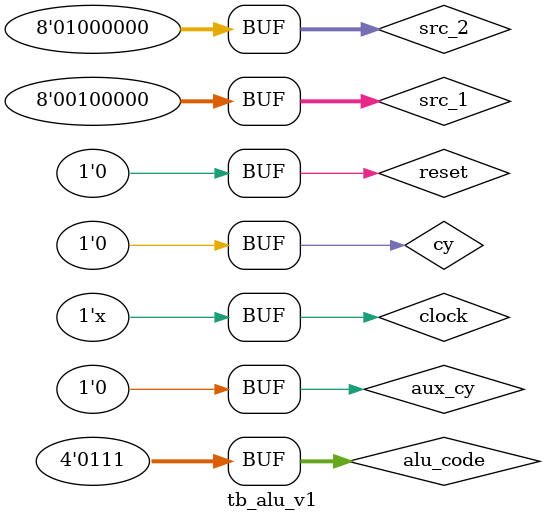
<source format=v>
`timescale 1ns / 1ps

module tb_alu_v1;
    // Inputs
	reg clock;
	reg reset;
    reg [3:0] alu_code;
    reg [7:0] src_1, src_2;
    reg cy, aux_cy;
    
    //Outputs
    wire [7:0] des_1, des_2;
    wire cy_out, ac_out, ov_out;
        
    alu_core alu_core_module(
        .clock(clock),
        .reset(reset),
        .alu_opcode(alu_code),
        .op_in_1(src_1), // first operand
        .op_in_2(src_2), // second operand
        .carry_in(cy),
        .aux_carry_in(aux_cy),
        .overflow_out(ov_out),
        .aux_carry_out(ac_out),
        .carry_out(cy_out),
        .op_out_1(des_1),
        .op_out_2(des_2) 
        );    
        
	initial begin
		// Initialize Inputs
		clock =1'b0;
		reset = 1'b1;
		cy = 1'b0;
		aux_cy = 1'b0;
	    alu_code = 4'b0001;
	    src_1 = 8'h20;
	    src_2 = 8'h40;
		// Wait 20 ns for global reset to finish
		#10;
		reset = 1'b0;
		#20
		alu_code = 4'b0010;
		#20;
		alu_code = 4'b0100;
		#20;
		alu_code = 4'b0101;
		#20;
		alu_code = 4'b0111;
		#20;

	end
always #5 clock = ~clock;
endmodule
</source>
